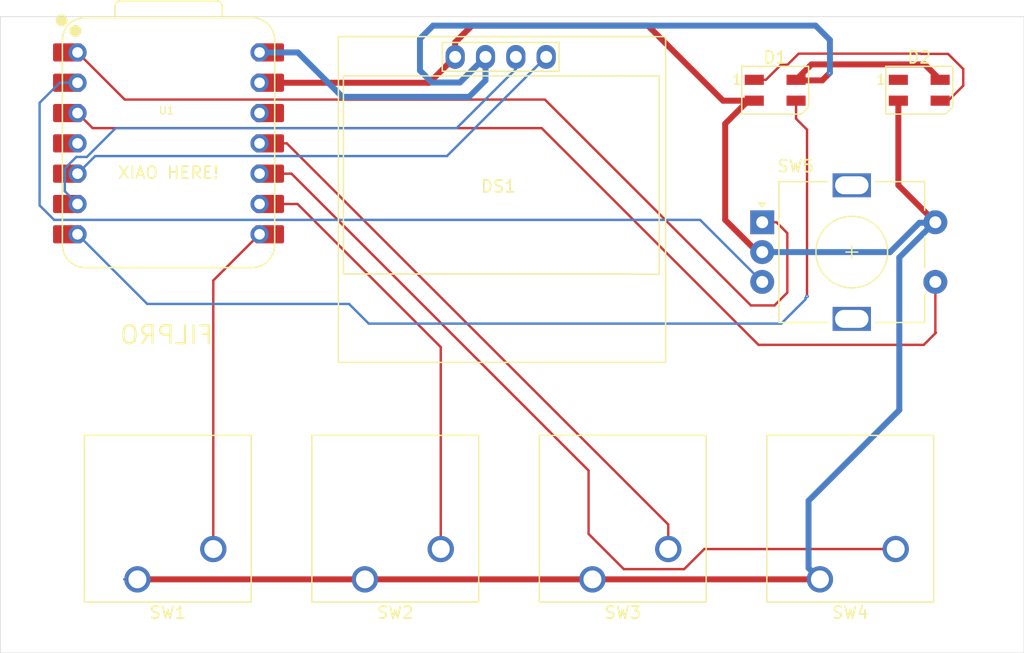
<source format=kicad_pcb>
(kicad_pcb (version 20241229) (generator "pcbnew") (generator_version "9.0")
  (layers (0 "F.Cu" signal) (2 "B.Cu" signal) (13 "F.Paste" user) (15 "B.Paste" user) (5 "F.SilkS" user "F.Silkscreen") (7 "B.SilkS" user "B.Silkscreen") (1 "F.Mask" user) (3 "B.Mask" user) (25 "Edge.Cuts" user))
  (net 0 "")
  (net 1 "+5V")
  (net 2 "Net-(D1-DIN)")
  (net 3 "Net-(D1-DOUT)")
  (net 4 "GND")
  (net 6 "Net-(U1-GPIO1{slash}RX)")
  (net 7 "Net-(U1-GPIO2{slash}SCK)")
  (net 8 "Net-(U1-GPIO3{slash}MOSI)")
  (net 9 "Net-(U1-GPIO4{slash}MISO)")
  (net 10 "Net-(DS1-SCL)")
  (net 11 "Net-(DS1-SDA)")
  (net 13 "Net-(U1-GPIO27{slash}ADC1{slash}A1)")
  (net 14 "Net-(U1-GPIO26{slash}ADC0{slash}A0)")
  (net 15 "Net-(U1-GPIO28{slash}ADC2{slash}A2)")
  (footprint "LED_SMD:LED_SK6812MINI_PLCC4_3.5x3.5mm_P1.75mm" (layer "F.Cu") (at 105.791 71.247)
    (property "Reference" "D2" (at 0 -2.75 0) (layer "F.SilkS"))
    (property "Value" "SK6812MINI")
    (fp_line (start -2.8 -2) (end -2.8 2) (stroke (width 0.12)) (layer "F.SilkS"))
    (fp_line (start -2.8 -2) (end 2.8 -2) (stroke (width 0.12)) (layer "F.SilkS"))
    (fp_line (start -2.8 2) (end 2.2 2) (stroke (width 0.12)) (layer "F.SilkS"))
    (fp_line (start 2.8 1.4) (end 2.2 2) (stroke (width 0.12)) (layer "F.SilkS"))
    (fp_line (start 2.8 1.4) (end 2.8 -2) (stroke (width 0.12)) (layer "F.SilkS"))
    (fp_text user "1" (at -3.2 -0.875 0) (layer "F.SilkS") (effects (font (size 0.8 0.8))))
    (pad "1" smd rect (at -1.75 -0.875) (size 1.6 0.85) (layers "F.Cu" "F.Mask" "F.Paste"))
    (pad "2" smd rect (at -1.75 0.875) (size 1.6 0.85) (layers "F.Cu" "F.Mask" "F.Paste") (net 4 "GND"))
    (pad "3" smd rect (at 1.75 0.875) (size 1.6 0.85) (layers "F.Cu" "F.Mask" "F.Paste") (net 3 "Net-(D1-DOUT)"))
    (pad "4" smd rect (at 1.75 -0.875) (size 1.6 0.85) (layers "F.Cu" "F.Mask" "F.Paste") (net 1 "+5V"))
  )
  (footprint "OPL knihovna:XIAO-RP2040-DIP" (layer "F.Cu") (at 42.926 75.6985)
    (property "Reference" "U1" (at -0.173 -2.747 0) (layer "F.SilkS") (effects (font (size 0.635 0.635) (thickness 0.1016))))
    (property "Value" "XIAO-RP2040-DIP")
    (fp_line (start -8.89 8.509) (end -8.89 -8.636) (stroke (width 0.127)) (layer "F.SilkS"))
    (fp_line (start -6.985 10.414) (end 6.985 10.414) (stroke (width 0.127)) (layer "F.SilkS"))
    (fp_line (start -4.495 -10.541) (end -4.491272 -11.451272) (stroke (width 0.127)) (layer "F.SilkS"))
    (fp_line (start -3.991272 -11.951) (end 4.004 -11.951) (stroke (width 0.127)) (layer "F.SilkS"))
    (fp_line (start 4.504 -11.451) (end 4.504 -10.541) (stroke (width 0.127)) (layer "F.SilkS"))
    (fp_line (start 6.985 -10.541) (end -6.985 -10.541) (stroke (width 0.1)) (layer "F.SilkS"))
    (fp_line (start 6.985 -10.541) (end -6.985 -10.541) (stroke (width 0.127)) (layer "F.SilkS"))
    (fp_line (start 8.89 8.509) (end 8.89 -8.636) (stroke (width 0.127)) (layer "F.SilkS"))
    (fp_arc (start -8.89 -8.636) (mid -8.332038 -9.983038) (end -6.985 -10.541) (stroke (width 0.127)) (layer "F.SilkS"))
    (fp_arc (start -6.985 10.414) (mid -8.332038 9.856038) (end -8.89 8.509) (stroke (width 0.127)) (layer "F.SilkS"))
    (fp_arc (start -4.491272 -11.451272) (mid -4.344728 -11.80464) (end -3.991272 -11.951) (stroke (width 0.127)) (layer "F.SilkS"))
    (fp_arc (start 4.004 -11.951) (mid 4.357553 -11.804553) (end 4.504 -11.451) (stroke (width 0.127)) (layer "F.SilkS"))
    (fp_arc (start 6.985 -10.541) (mid 8.332038 -9.983038) (end 8.89 -8.636) (stroke (width 0.127)) (layer "F.SilkS"))
    (fp_arc (start 8.89 8.509) (mid 8.332038 9.856038) (end 6.985 10.414) (stroke (width 0.127)) (layer "F.SilkS"))
    (fp_circle (center -8.95 -10.3) (end -8.95 -10.554) (stroke (width 0.5)) (fill yes) (layer "F.SilkS"))
    (fp_circle (center -7.807 -9.42) (end -7.807 -9.674) (stroke (width 0.5)) (fill yes) (layer "F.SilkS"))
    (pad "1" smd roundrect (at -8.455 -7.62 180) (size 2.432 1.524) (layers "F.Cu" "F.Mask") (roundrect_rratio 0.1) (net 14 "Net-(U1-GPIO26{slash}ADC0{slash}A0)"))
    (pad "1" thru_hole circle (at -7.62 -7.62 180) (size 1.524 1.524) (drill 0.889) (layers "*.Cu" "*.Mask") (net 14 "Net-(U1-GPIO26{slash}ADC0{slash}A0)"))
    (pad "2" smd roundrect (at -8.455 -5.08 180) (size 2.432 1.524) (layers "F.Cu" "F.Mask") (roundrect_rratio 0.1) (net 13 "Net-(U1-GPIO27{slash}ADC1{slash}A1)"))
    (pad "2" thru_hole circle (at -7.62 -5.08 180) (size 1.524 1.524) (drill 0.889) (layers "*.Cu" "*.Mask") (net 13 "Net-(U1-GPIO27{slash}ADC1{slash}A1)"))
    (pad "3" smd roundrect (at -8.455 -2.54 180) (size 2.432 1.524) (layers "F.Cu" "F.Mask") (roundrect_rratio 0.1) (net 15 "Net-(U1-GPIO28{slash}ADC2{slash}A2)"))
    (pad "3" thru_hole circle (at -7.62 -2.54 180) (size 1.524 1.524) (drill 0.889) (layers "*.Cu" "*.Mask") (net 15 "Net-(U1-GPIO28{slash}ADC2{slash}A2)"))
    (pad "4" smd roundrect (at -8.455 0 180) (size 2.432 1.524) (layers "F.Cu" "F.Mask") (roundrect_rratio 0.1))
    (pad "4" thru_hole circle (at -7.62 0 180) (size 1.524 1.524) (drill 0.889) (layers "*.Cu" "*.Mask"))
    (pad "5" smd roundrect (at -8.455 2.54 180) (size 2.432 1.524) (layers "F.Cu" "F.Mask") (roundrect_rratio 0.1) (net 11 "Net-(DS1-SDA)"))
    (pad "5" thru_hole circle (at -7.62 2.54 180) (size 1.524 1.524) (drill 0.889) (layers "*.Cu" "*.Mask") (net 11 "Net-(DS1-SDA)"))
    (pad "6" smd roundrect (at -8.455 5.08 180) (size 2.432 1.524) (layers "F.Cu" "F.Mask") (roundrect_rratio 0.1) (net 10 "Net-(DS1-SCL)"))
    (pad "6" thru_hole circle (at -7.62 5.08 180) (size 1.524 1.524) (drill 0.889) (layers "*.Cu" "*.Mask") (net 10 "Net-(DS1-SCL)"))
    (pad "7" smd roundrect (at -8.455 7.62 180) (size 2.432 1.524) (layers "F.Cu" "F.Mask") (roundrect_rratio 0.1) (net 2 "Net-(D1-DIN)"))
    (pad "7" thru_hole circle (at -7.62 7.62 180) (size 1.524 1.524) (drill 0.889) (layers "*.Cu" "*.Mask") (net 2 "Net-(D1-DIN)"))
    (pad "8" thru_hole circle (at 7.62 7.62) (size 1.524 1.524) (drill 0.889) (layers "*.Cu" "*.Mask") (net 6 "Net-(U1-GPIO1{slash}RX)"))
    (pad "8" smd roundrect (at 8.455 7.62) (size 2.432 1.524) (layers "F.Cu" "F.Mask") (roundrect_rratio 0.1) (net 6 "Net-(U1-GPIO1{slash}RX)"))
    (pad "9" thru_hole circle (at 7.62 5.08) (size 1.524 1.524) (drill 0.889) (layers "*.Cu" "*.Mask") (net 7 "Net-(U1-GPIO2{slash}SCK)"))
    (pad "9" smd roundrect (at 8.455 5.08) (size 2.432 1.524) (layers "F.Cu" "F.Mask") (roundrect_rratio 0.1) (net 7 "Net-(U1-GPIO2{slash}SCK)"))
    (pad "10" thru_hole circle (at 7.62 2.54) (size 1.524 1.524) (drill 0.889) (layers "*.Cu" "*.Mask") (net 9 "Net-(U1-GPIO4{slash}MISO)"))
    (pad "10" smd roundrect (at 8.455 2.54) (size 2.432 1.524) (layers "F.Cu" "F.Mask") (roundrect_rratio 0.1) (net 9 "Net-(U1-GPIO4{slash}MISO)"))
    (pad "11" thru_hole circle (at 7.62 0) (size 1.524 1.524) (drill 0.889) (layers "*.Cu" "*.Mask") (net 8 "Net-(U1-GPIO3{slash}MOSI)"))
    (pad "11" smd roundrect (at 8.455 0) (size 2.432 1.524) (layers "F.Cu" "F.Mask") (roundrect_rratio 0.1) (net 8 "Net-(U1-GPIO3{slash}MOSI)"))
    (pad "12" thru_hole circle (at 7.62 -2.54) (size 1.524 1.524) (drill 0.889) (layers "*.Cu" "*.Mask"))
    (pad "12" smd roundrect (at 8.455 -2.54) (size 2.432 1.524) (layers "F.Cu" "F.Mask") (roundrect_rratio 0.1))
    (pad "13" thru_hole circle (at 7.62 -5.08) (size 1.524 1.524) (drill 0.889) (layers "*.Cu" "*.Mask") (net 4 "GND"))
    (pad "13" smd roundrect (at 8.455 -5.08) (size 2.432 1.524) (layers "F.Cu" "F.Mask") (roundrect_rratio 0.1) (net 4 "GND"))
    (pad "14" thru_hole circle (at 7.62 -7.62) (size 1.524 1.524) (drill 0.889) (layers "*.Cu" "*.Mask") (net 1 "+5V"))
    (pad "14" smd roundrect (at 8.455 -7.62) (size 2.432 1.524) (layers "F.Cu" "F.Mask") (roundrect_rratio 0.1) (net 1 "+5V"))
  )
  (footprint "Button_Switch_Keyboard:SW_Cherry_MX_1.00u_PCB" (layer "F.Cu") (at 40.3225 112.23625 180)
    (property "Reference" "SW1" (at -2.54 -2.794 0) (layer "F.SilkS"))
    (property "Value" "SW_Push")
    (fp_line (start 4.445 12.065) (end -9.525 12.065) (stroke (width 0.12)) (layer "F.SilkS"))
    (fp_line (start 4.445 -1.905) (end 4.445 12.065) (stroke (width 0.12)) (layer "F.SilkS"))
    (fp_line (start -9.525 12.065) (end -9.525 -1.905) (stroke (width 0.12)) (layer "F.SilkS"))
    (fp_line (start -9.525 -1.905) (end 4.445 -1.905) (stroke (width 0.12)) (layer "F.SilkS"))
    (pad "" np_thru_hole circle (at -7.62 5.08 180) (size 1.7 1.7) (drill 1.7) (layers "*.Cu" "*.Mask"))
    (pad "" np_thru_hole circle (at -2.54 5.08 180) (size 4 4) (drill 4) (layers "*.Cu" "*.Mask"))
    (pad "" np_thru_hole circle (at 2.54 5.08 180) (size 1.7 1.7) (drill 1.7) (layers "*.Cu" "*.Mask"))
    (pad "1" thru_hole circle (at 0 0 180) (size 2.2 2.2) (drill 1.5) (layers "*.Cu" "*.Mask") (net 4 "GND"))
    (pad "2" thru_hole circle (at -6.35 2.54 180) (size 2.2 2.2) (drill 1.5) (layers "*.Cu" "*.Mask") (net 6 "Net-(U1-GPIO1{slash}RX)"))
  )
  (footprint "Rotary_Encoder:RotaryEncoder_Alps_EC11E-Switch_Vertical_H20mm" (layer "F.Cu") (at 92.64 82.31)
    (property "Reference" "SW5" (at 2.8 -4.7 0) (layer "F.SilkS"))
    (property "Value" "RotaryEncoder_Switch")
    (fp_line (start -0.3 -1.6) (end 0.3 -1.6) (stroke (width 0.12)) (layer "F.SilkS"))
    (fp_line (start 0 -1.3) (end -0.3 -1.6) (stroke (width 0.12)) (layer "F.SilkS"))
    (fp_line (start 0.3 -1.6) (end 0 -1.3) (stroke (width 0.12)) (layer "F.SilkS"))
    (fp_line (start 1.4 -3.4) (end 1.4 8.4) (stroke (width 0.12)) (layer "F.SilkS"))
    (fp_line (start 5.5 -3.4) (end 1.4 -3.4) (stroke (width 0.12)) (layer "F.SilkS"))
    (fp_line (start 5.5 8.4) (end 1.4 8.4) (stroke (width 0.12)) (layer "F.SilkS"))
    (fp_line (start 7 2.5) (end 8 2.5) (stroke (width 0.12)) (layer "F.SilkS"))
    (fp_line (start 7.5 2) (end 7.5 3) (stroke (width 0.12)) (layer "F.SilkS"))
    (fp_line (start 9.5 -3.4) (end 13.6 -3.4) (stroke (width 0.12)) (layer "F.SilkS"))
    (fp_line (start 13.6 -3.4) (end 13.6 -1) (stroke (width 0.12)) (layer "F.SilkS"))
    (fp_line (start 13.6 1.2) (end 13.6 3.8) (stroke (width 0.12)) (layer "F.SilkS"))
    (fp_line (start 13.6 6) (end 13.6 8.4) (stroke (width 0.12)) (layer "F.SilkS"))
    (fp_line (start 13.6 8.4) (end 9.5 8.4) (stroke (width 0.12)) (layer "F.SilkS"))
    (fp_circle (center 7.5 2.5) (end 10.5 2.5) (stroke (width 0.12)) (fill no) (layer "F.SilkS"))
    (pad "A" thru_hole rect (at 0 0) (size 2 2) (drill 1) (layers "*.Cu" "*.Mask") (net 14 "Net-(U1-GPIO26{slash}ADC0{slash}A0)"))
    (pad "B" thru_hole circle (at 0 5) (size 2 2) (drill 1) (layers "*.Cu" "*.Mask") (net 13 "Net-(U1-GPIO27{slash}ADC1{slash}A1)"))
    (pad "C" thru_hole circle (at 0 2.5) (size 2 2) (drill 1) (layers "*.Cu" "*.Mask") (net 4 "GND"))
    (pad "MP" thru_hole rect (at 7.5 -3.1) (size 3.2 2) (drill oval 2.8 1.5) (layers "*.Cu" "*.Mask"))
    (pad "MP" thru_hole rect (at 7.5 8.1) (size 3.2 2) (drill oval 2.8 1.5) (layers "*.Cu" "*.Mask"))
    (pad "S1" thru_hole circle (at 14.5 5) (size 2 2) (drill 1) (layers "*.Cu" "*.Mask") (net 15 "Net-(U1-GPIO28{slash}ADC2{slash}A2)"))
    (pad "S2" thru_hole circle (at 14.5 0) (size 2 2) (drill 1) (layers "*.Cu" "*.Mask") (net 4 "GND"))
  )
  (footprint "Button_Switch_Keyboard:SW_Cherry_MX_1.00u_PCB" (layer "F.Cu") (at 97.4725 112.23625 180)
    (property "Reference" "SW4" (at -2.54 -2.794 0) (layer "F.SilkS"))
    (property "Value" "SW_Push")
    (fp_line (start 4.445 12.065) (end -9.525 12.065) (stroke (width 0.12)) (layer "F.SilkS"))
    (fp_line (start 4.445 -1.905) (end 4.445 12.065) (stroke (width 0.12)) (layer "F.SilkS"))
    (fp_line (start -9.525 12.065) (end -9.525 -1.905) (stroke (width 0.12)) (layer "F.SilkS"))
    (fp_line (start -9.525 -1.905) (end 4.445 -1.905) (stroke (width 0.12)) (layer "F.SilkS"))
    (pad "" np_thru_hole circle (at -7.62 5.08 180) (size 1.7 1.7) (drill 1.7) (layers "*.Cu" "*.Mask"))
    (pad "" np_thru_hole circle (at -2.54 5.08 180) (size 4 4) (drill 4) (layers "*.Cu" "*.Mask"))
    (pad "" np_thru_hole circle (at 2.54 5.08 180) (size 1.7 1.7) (drill 1.7) (layers "*.Cu" "*.Mask"))
    (pad "1" thru_hole circle (at 0 0 180) (size 2.2 2.2) (drill 1.5) (layers "*.Cu" "*.Mask") (net 4 "GND"))
    (pad "2" thru_hole circle (at -6.35 2.54 180) (size 2.2 2.2) (drill 1.5) (layers "*.Cu" "*.Mask") (net 9 "Net-(U1-GPIO4{slash}MISO)"))
  )
  (footprint "LED_SMD:LED_SK6812MINI_PLCC4_3.5x3.5mm_P1.75mm" (layer "F.Cu") (at 93.726 71.247)
    (property "Reference" "D1" (at 0 -2.75 0) (layer "F.SilkS"))
    (property "Value" "SK6812MINI")
    (fp_line (start -2.8 -2) (end -2.8 2) (stroke (width 0.12)) (layer "F.SilkS"))
    (fp_line (start -2.8 -2) (end 2.8 -2) (stroke (width 0.12)) (layer "F.SilkS"))
    (fp_line (start -2.8 2) (end 2.2 2) (stroke (width 0.12)) (layer "F.SilkS"))
    (fp_line (start 2.8 1.4) (end 2.2 2) (stroke (width 0.12)) (layer "F.SilkS"))
    (fp_line (start 2.8 1.4) (end 2.8 -2) (stroke (width 0.12)) (layer "F.SilkS"))
    (fp_text user "1" (at -3.2 -0.875 0) (layer "F.SilkS") (effects (font (size 0.8 0.8))))
    (pad "1" smd rect (at -1.75 -0.875) (size 1.6 0.85) (layers "F.Cu" "F.Mask" "F.Paste") (net 3 "Net-(D1-DOUT)"))
    (pad "2" smd rect (at -1.75 0.875) (size 1.6 0.85) (layers "F.Cu" "F.Mask" "F.Paste") (net 4 "GND"))
    (pad "3" smd rect (at 1.75 0.875) (size 1.6 0.85) (layers "F.Cu" "F.Mask" "F.Paste") (net 2 "Net-(D1-DIN)"))
    (pad "4" smd rect (at 1.75 -0.875) (size 1.6 0.85) (layers "F.Cu" "F.Mask" "F.Paste") (net 1 "+5V"))
  )
  (footprint "SDD1306_OLED:128x64OLED" (layer "F.Cu") (at 70.549 79.053)
    (property "Reference" "DS1" (at 0 0.254 0) (layer "F.SilkS"))
    (property "Value" "~" (hide yes))
    (fp_line (start -13.4 -12.3) (end 14 -12.3) (stroke (width 0.12)) (layer "F.SilkS"))
    (fp_line (start -13.4 15) (end -13.4 -12.3) (stroke (width 0.12)) (layer "F.SilkS"))
    (fp_line (start -12.978 -9.005) (end 10.122 -9.005) (stroke (width 0.12)) (layer "F.SilkS"))
    (fp_line (start -12.978 7.595) (end -12.978 -9.005) (stroke (width 0.12)) (layer "F.SilkS"))
    (fp_line (start -4.699 -11.811) (end -4.699 -9.398) (stroke (width 0.12)) (layer "F.SilkS"))
    (fp_line (start -4.699 -11.811) (end 5.08 -11.811) (stroke (width 0.12)) (layer "F.SilkS"))
    (fp_line (start 5.08 -11.811) (end 5.08 -9.398) (stroke (width 0.12)) (layer "F.SilkS"))
    (fp_line (start 5.08 -9.398) (end -4.699 -9.398) (stroke (width 0.12)) (layer "F.SilkS"))
    (fp_line (start 10.122 -9.005) (end 13.208 -9.005) (stroke (width 0.12)) (layer "F.SilkS"))
    (fp_line (start 10.122 7.595) (end -12.978 7.595) (stroke (width 0.12)) (layer "F.SilkS"))
    (fp_line (start 10.122 7.595) (end 13.462 7.62) (stroke (width 0.12)) (layer "F.SilkS"))
    (fp_line (start 13.462 -9.017) (end 13.208 -9.005) (stroke (width 0.12)) (layer "F.SilkS"))
    (fp_line (start 13.462 7.62) (end 13.462 -9.017) (stroke (width 0.12)) (layer "F.SilkS"))
    (fp_line (start 14 -12.3) (end 14 15) (stroke (width 0.12)) (layer "F.SilkS"))
    (fp_line (start 14 15) (end -13.4 15) (stroke (width 0.12)) (layer "F.SilkS"))
    (pad "1" thru_hole oval (at -3.62 -10.6 90) (size 2 1.6) (drill 1) (layers "*.Cu" "*.Mask") (net 4 "GND"))
    (pad "2" thru_hole oval (at -1.08 -10.6 90) (size 2 1.6) (drill 1) (layers "*.Cu" "*.Mask") (net 1 "+5V"))
    (pad "3" thru_hole oval (at 1.46 -10.6 90) (size 2 1.6) (drill 1) (layers "*.Cu" "*.Mask") (net 10 "Net-(DS1-SCL)"))
    (pad "4" thru_hole oval (at 4 -10.6 90) (size 2 1.6) (drill 1) (layers "*.Cu" "*.Mask") (net 11 "Net-(DS1-SDA)"))
  )
  (footprint "Button_Switch_Keyboard:SW_Cherry_MX_1.00u_PCB" (layer "F.Cu") (at 78.4225 112.23625 180)
    (property "Reference" "SW3" (at -2.54 -2.794 0) (layer "F.SilkS"))
    (property "Value" "SW_Push")
    (fp_line (start 4.445 12.065) (end -9.525 12.065) (stroke (width 0.12)) (layer "F.SilkS"))
    (fp_line (start 4.445 -1.905) (end 4.445 12.065) (stroke (width 0.12)) (layer "F.SilkS"))
    (fp_line (start -9.525 12.065) (end -9.525 -1.905) (stroke (width 0.12)) (layer "F.SilkS"))
    (fp_line (start -9.525 -1.905) (end 4.445 -1.905) (stroke (width 0.12)) (layer "F.SilkS"))
    (pad "" np_thru_hole circle (at -7.62 5.08 180) (size 1.7 1.7) (drill 1.7) (layers "*.Cu" "*.Mask"))
    (pad "" np_thru_hole circle (at -2.54 5.08 180) (size 4 4) (drill 4) (layers "*.Cu" "*.Mask"))
    (pad "" np_thru_hole circle (at 2.54 5.08 180) (size 1.7 1.7) (drill 1.7) (layers "*.Cu" "*.Mask"))
    (pad "1" thru_hole circle (at 0 0 180) (size 2.2 2.2) (drill 1.5) (layers "*.Cu" "*.Mask") (net 4 "GND"))
    (pad "2" thru_hole circle (at -6.35 2.54 180) (size 2.2 2.2) (drill 1.5) (layers "*.Cu" "*.Mask") (net 8 "Net-(U1-GPIO3{slash}MOSI)"))
  )
  (footprint "Button_Switch_Keyboard:SW_Cherry_MX_1.00u_PCB" (layer "F.Cu") (at 59.3725 112.23625 180)
    (property "Reference" "SW2" (at -2.54 -2.794 0) (layer "F.SilkS"))
    (property "Value" "SW_Push")
    (fp_line (start 4.445 12.065) (end -9.525 12.065) (stroke (width 0.12)) (layer "F.SilkS"))
    (fp_line (start 4.445 -1.905) (end 4.445 12.065) (stroke (width 0.12)) (layer "F.SilkS"))
    (fp_line (start -9.525 12.065) (end -9.525 -1.905) (stroke (width 0.12)) (layer "F.SilkS"))
    (fp_line (start -9.525 -1.905) (end 4.445 -1.905) (stroke (width 0.12)) (layer "F.SilkS"))
    (pad "" np_thru_hole circle (at -7.62 5.08 180) (size 1.7 1.7) (drill 1.7) (layers "*.Cu" "*.Mask"))
    (pad "" np_thru_hole circle (at -2.54 5.08 180) (size 4 4) (drill 4) (layers "*.Cu" "*.Mask"))
    (pad "" np_thru_hole circle (at 2.54 5.08 180) (size 1.7 1.7) (drill 1.7) (layers "*.Cu" "*.Mask"))
    (pad "1" thru_hole circle (at 0 0 180) (size 2.2 2.2) (drill 1.5) (layers "*.Cu" "*.Mask") (net 4 "GND"))
    (pad "2" thru_hole circle (at -6.35 2.54 180) (size 2.2 2.2) (drill 1.5) (layers "*.Cu" "*.Mask") (net 7 "Net-(U1-GPIO2{slash}SCK)"))
  )
  (gr_rect (start 28.8375 65.081) (end 114.5625 118.39) (stroke (width 0.05)) (fill no) (layer "Edge.Cuts"))
  (gr_text "XIAO HERE!" (at 38.608 78.74 0) (layer "F.SilkS") (effects (font (size 1 1)) (justify left bottom)))
  (gr_text "FILPRO" (at 46.78 92.64 0) (layer "F.SilkS") (effects (font (size 1.5 1.5) (thickness 0.1875)) (justify left bottom mirror)))
  (segment (start 95.524 70.42) (end 95.476 70.372) (width 0.5) (layer "F.Cu") (net 1))
  (segment (start 98.28 69.81) (end 97.67 70.42) (width 0.5) (layer "F.Cu") (net 1))
  (segment (start 106.249 69.08) (end 96.768 69.08) (width 0.5) (layer "F.Cu") (net 1))
  (segment (start 96.768 69.08) (end 95.476 70.372) (width 0.5) (layer "F.Cu") (net 1))
  (segment (start 97.67 70.42) (end 95.524 70.42) (width 0.5) (layer "F.Cu") (net 1))
  (segment (start 107.541 70.372) (end 106.249 69.08) (width 0.5) (layer "F.Cu") (net 1))
  (via micro (at 98.28 69.81) (size 0.3) (drill 0.1) (layers "F.Cu" "B.Cu") (net 1))
  (segment (start 67.322 70.6) (end 64.99 70.6) (width 0.5) (layer "B.Cu") (net 1))
  (segment (start 50.546 68.0785) (end 53.7585 68.0785) (width 0.5) (layer "B.Cu") (net 1))
  (segment (start 69.469 70.421) (end 69.469 68.453) (width 0.5) (layer "B.Cu") (net 1))
  (segment (start 98.31 67.03) (end 98.31 69.78) (width 0.5) (layer "B.Cu") (net 1))
  (segment (start 98.31 69.78) (end 98.28 69.81) (width 0.5) (layer "B.Cu") (net 1))
  (segment (start 53.7585 68.0785) (end 57.48 71.8) (width 0.5) (layer "B.Cu") (net 1))
  (segment (start 57.48 71.8) (end 68.09 71.8) (width 0.5) (layer "B.Cu") (net 1))
  (segment (start 63.98 69.59) (end 63.98 66.93) (width 0.5) (layer "B.Cu") (net 1))
  (segment (start 68.09 71.8) (end 69.469 70.421) (width 0.5) (layer "B.Cu") (net 1))
  (segment (start 64.99 70.6) (end 63.98 69.59) (width 0.5) (layer "B.Cu") (net 1))
  (segment (start 69.469 68.453) (end 67.322 70.6) (width 0.5) (layer "B.Cu") (net 1))
  (segment (start 65.078 65.832) (end 97.112 65.832) (width 0.5) (layer "B.Cu") (net 1))
  (segment (start 97.112 65.832) (end 98.31 67.03) (width 0.5) (layer "B.Cu") (net 1))
  (segment (start 63.98 66.93) (end 65.078 65.832) (width 0.5) (layer "B.Cu") (net 1))
  (segment (start 96.393 88.519) (end 96.393 74.549) (width 0.2) (layer "F.Cu") (net 2))
  (segment (start 95.476 73.632) (end 95.476 72.122) (width 0.2) (layer "F.Cu") (net 2))
  (segment (start 96.393 74.549) (end 95.476 73.632) (width 0.2) (layer "F.Cu") (net 2))
  (via micro (at 96.393 88.519) (size 0.3) (drill 0.1) (layers "F.Cu" "B.Cu") (net 2))
  (segment (start 41.1415 89.154) (end 58.039 89.154) (width 0.2) (layer "B.Cu") (net 2))
  (segment (start 58.039 89.154) (end 59.69 90.805) (width 0.2) (layer "B.Cu") (net 2))
  (segment (start 35.306 83.3185) (end 41.1415 89.154) (width 0.2) (layer "B.Cu") (net 2))
  (segment (start 59.69 90.805) (end 94.234 90.805) (width 0.2) (layer "B.Cu") (net 2))
  (segment (start 94.234 90.805) (end 96.266 88.773) (width 0.2) (layer "B.Cu") (net 2))
  (segment (start 96.266 88.646) (end 96.393 88.519) (width 0.2) (layer "B.Cu") (net 2))
  (segment (start 96.266 88.773) (end 96.266 88.646) (width 0.2) (layer "B.Cu") (net 2))
  (segment (start 94.212 69.11) (end 94.76 69.11) (width 0.2) (layer "F.Cu") (net 3))
  (segment (start 109.474 70.866) (end 108.218 72.122) (width 0.2) (layer "F.Cu") (net 3))
  (segment (start 108.218 72.122) (end 107.541 72.122) (width 0.2) (layer "F.Cu") (net 3))
  (segment (start 94.76 69.11) (end 95.691 68.179) (width 0.2) (layer "F.Cu") (net 3))
  (segment (start 92.95 70.372) (end 94.212 69.11) (width 0.2) (layer "F.Cu") (net 3))
  (segment (start 108.204 68.199) (end 109.474 69.469) (width 0.2) (layer "F.Cu") (net 3))
  (segment (start 95.691 68.179) (end 105.9151 68.179) (width 0.2) (layer "F.Cu") (net 3))
  (segment (start 105.9351 68.199) (end 108.204 68.199) (width 0.2) (layer "F.Cu") (net 3))
  (segment (start 105.9151 68.179) (end 105.9351 68.199) (width 0.2) (layer "F.Cu") (net 3))
  (segment (start 91.976 70.372) (end 92.95 70.372) (width 0.2) (layer "F.Cu") (net 3))
  (segment (start 109.474 69.469) (end 109.474 70.866) (width 0.2) (layer "F.Cu") (net 3))
  (segment (start 89.36 72.122) (end 91.976 72.122) (width 0.5) (layer "F.Cu") (net 4))
  (segment (start 104.041 72.122) (end 104.041 79.211) (width 0.5) (layer "F.Cu") (net 4))
  (segment (start 92.64 84.81) (end 92.238 84.81) (width 0.5) (layer "F.Cu") (net 4))
  (segment (start 40.3225 112.23625) (end 59.3725 112.23625) (width 0.5) (layer "F.Cu") (net 4))
  (segment (start 66.929 67.231) (end 68.328 65.832) (width 0.5) (layer "F.Cu") (net 4))
  (segment (start 92.238 84.81) (end 89.54 82.112) (width 0.5) (layer "F.Cu") (net 4))
  (segment (start 89.54 82.112) (end 89.54 74.05) (width 0.5) (layer "F.Cu") (net 4))
  (segment (start 92.36 85.09) (end 92.64 84.81) (width 0.2) (layer "F.Cu") (net 4))
  (segment (start 68.328 65.832) (end 83.07 65.832) (width 0.5) (layer "F.Cu") (net 4))
  (segment (start 66.929 68.453) (end 64.7635 70.6185) (width 0.5) (layer "F.Cu") (net 4))
  (segment (start 66.929 68.453) (end 66.929 67.231) (width 0.5) (layer "F.Cu") (net 4))
  (segment (start 92.36 84.486) (end 92.36 85.09) (width 0.2) (layer "F.Cu") (net 4))
  (segment (start 50.7935 70.866) (end 50.546 70.6185) (width 0.2) (layer "F.Cu") (net 4))
  (segment (start 83.07 65.832) (end 89.36 72.122) (width 0.5) (layer "F.Cu") (net 4))
  (segment (start 104.041 79.211) (end 107.14 82.31) (width 0.5) (layer "F.Cu") (net 4))
  (segment (start 78.4225 112.23625) (end 59.3725 112.23625) (width 0.5) (layer "F.Cu") (net 4))
  (segment (start 64.7635 70.6185) (end 51.381 70.6185) (width 0.5) (layer "F.Cu") (net 4))
  (segment (start 89.54 74.05) (end 91.468 72.122) (width 0.5) (layer "F.Cu") (net 4))
  (segment (start 97.4725 112.23625) (end 78.4225 112.23625) (width 0.5) (layer "F.Cu") (net 4))
  (segment (start 91.468 72.122) (end 91.976 72.122) (width 0.5) (layer "F.Cu") (net 4))
  (segment (start 105.81 82.35) (end 107.1 82.35) (width 0.5) (layer "B.Cu") (net 4))
  (segment (start 103.35 84.81) (end 105.81 82.35) (width 0.5) (layer "B.Cu") (net 4))
  (segment (start 97.4725 112.23625) (end 96.52 111.28375) (width 0.5) (layer "B.Cu") (net 4))
  (segment (start 107.07 82.31) (end 107.14 82.31) (width 0.5) (layer "B.Cu") (net 4))
  (segment (start 96.52 105.65) (end 104.12 98.05) (width 0.5) (layer "B.Cu") (net 4))
  (segment (start 92.64 84.81) (end 103.35 84.81) (width 0.5) (layer "B.Cu") (net 4))
  (segment (start 107.1 82.35) (end 107.14 82.31) (width 0.5) (layer "B.Cu") (net 4))
  (segment (start 40.3225 112.23625) (end 39.21125 112.23625) (width 0.2) (layer "B.Cu") (net 4))
  (segment (start 104.12 85.26) (end 107.07 82.31) (width 0.5) (layer "B.Cu") (net 4))
  (segment (start 96.52 111.28375) (end 96.52 105.65) (width 0.5) (layer "B.Cu") (net 4))
  (segment (start 104.12 98.05) (end 104.12 85.26) (width 0.5) (layer "B.Cu") (net 4))
  (segment (start 46.6725 87.192) (end 50.546 83.3185) (width 0.2) (layer "F.Cu") (net 6))
  (segment (start 46.6725 109.69625) (end 46.6725 87.192) (width 0.2) (layer "F.Cu") (net 6))
  (segment (start 53.7275 80.7785) (end 51.381 80.7785) (width 0.2) (layer "F.Cu") (net 7))
  (segment (start 65.7225 92.7735) (end 53.7275 80.7785) (width 0.2) (layer "F.Cu") (net 7))
  (segment (start 65.7225 109.69625) (end 65.7225 92.7735) (width 0.2) (layer "F.Cu") (net 7))
  (segment (start 65.7225 109.69625) (end 65.278 109.25175) (width 0.2) (layer "B.Cu") (net 7))
  (segment (start 84.7725 109.69625) (end 84.7725 107.641434) (width 0.2) (layer "F.Cu") (net 8))
  (segment (start 84.7725 107.641434) (end 52.829566 75.6985) (width 0.2) (layer "F.Cu") (net 8))
  (segment (start 52.829566 75.6985) (end 51.381 75.6985) (width 0.2) (layer "F.Cu") (net 8))
  (segment (start 87.78875 109.69625) (end 86.106 111.379) (width 0.2) (layer "F.Cu") (net 9))
  (segment (start 78.1 103.119) (end 53.2195 78.2385) (width 0.2) (layer "F.Cu") (net 9))
  (segment (start 81.049 111.379) (end 78.1 108.43) (width 0.2) (layer "F.Cu") (net 9))
  (segment (start 86.106 111.379) (end 81.049 111.379) (width 0.2) (layer "F.Cu") (net 9))
  (segment (start 103.8225 109.69625) (end 87.78875 109.69625) (width 0.2) (layer "F.Cu") (net 9))
  (segment (start 78.1 108.43) (end 78.1 103.119) (width 0.2) (layer "F.Cu") (net 9))
  (segment (start 53.2195 78.2385) (end 51.381 78.2385) (width 0.2) (layer "F.Cu") (net 9))
  (segment (start 36.08681 76.835) (end 38.49981 74.422) (width 0.2) (layer "B.Cu") (net 10))
  (segment (start 38.49981 74.422) (end 67.056 74.422) (width 0.2) (layer "B.Cu") (net 10))
  (segment (start 34.243 79.7155) (end 34.243 77.79819) (width 0.2) (layer "B.Cu") (net 10))
  (segment (start 35.20619 76.835) (end 36.08681 76.835) (width 0.2) (layer "B.Cu") (net 10))
  (segment (start 34.243 77.79819) (end 35.20619 76.835) (width 0.2) (layer "B.Cu") (net 10))
  (segment (start 72.009 69.469) (end 72.009 68.453) (width 0.2) (layer "B.Cu") (net 10))
  (segment (start 67.056 74.422) (end 72.009 69.469) (width 0.2) (layer "B.Cu") (net 10))
  (segment (start 35.306 80.7785) (end 34.243 79.7155) (width 0.2) (layer "B.Cu") (net 10))
  (segment (start 35.306 78.2385) (end 36.783 76.7615) (width 0.2) (layer "B.Cu") (net 11))
  (segment (start 66.2405 76.7615) (end 74.549 68.453) (width 0.2) (layer "B.Cu") (net 11))
  (segment (start 36.783 76.7615) (end 66.2405 76.7615) (width 0.2) (layer "B.Cu") (net 11))
  (segment (start 92.64 87.31) (end 92.066 87.884) (width 0.2) (layer "F.Cu") (net 13))
  (segment (start 32.13 80.898) (end 33.342 82.11) (width 0.2) (layer "B.Cu") (net 13))
  (segment (start 33.8115 70.6185) (end 32.13 72.3) (width 0.2) (layer "B.Cu") (net 13))
  (segment (start 87.44 82.11) (end 92.64 87.31) (width 0.2) (layer "B.Cu") (net 13))
  (segment (start 35.306 70.6185) (end 33.8115 70.6185) (width 0.2) (layer "B.Cu") (net 13))
  (segment (start 33.342 82.11) (end 87.44 82.11) (width 0.2) (layer "B.Cu") (net 13))
  (segment (start 32.13 72.3) (end 32.13 80.898) (width 0.2) (layer "B.Cu") (net 13))
  (segment (start 39.2565 72.029) (end 74.442 72.029) (width 0.2) (layer "F.Cu") (net 14))
  (segment (start 91.694 89.281) (end 93.669 89.281) (width 0.2) (layer "F.Cu") (net 14))
  (segment (start 94.742 83.222) (end 93.83 82.31) (width 0.2) (layer "F.Cu") (net 14))
  (segment (start 93.83 82.31) (end 92.64 82.31) (width 0.2) (layer "F.Cu") (net 14))
  (segment (start 74.442 72.029) (end 91.694 89.281) (width 0.2) (layer "F.Cu") (net 14))
  (segment (start 93.669 89.281) (end 94.742 88.208) (width 0.2) (layer "F.Cu") (net 14))
  (segment (start 92.225 81.7) (end 91.8125 81.7) (width 0.2) (layer "F.Cu") (net 14))
  (segment (start 94.742 88.208) (end 94.742 83.222) (width 0.2) (layer "F.Cu") (net 14))
  (segment (start 35.306 68.0785) (end 39.2565 72.029) (width 0.2) (layer "F.Cu") (net 14))
  (segment (start 74.168 74.422) (end 92.329 92.583) (width 0.2) (layer "F.Cu") (net 15))
  (segment (start 92.329 92.583) (end 106.172 92.583) (width 0.2) (layer "F.Cu") (net 15))
  (segment (start 35.306 73.1585) (end 36.5695 74.422) (width 0.2) (layer "F.Cu") (net 15))
  (segment (start 107.188 91.567) (end 107.14 91.519) (width 0.2) (layer "F.Cu") (net 15))
  (segment (start 106.172 92.583) (end 107.188 91.567) (width 0.2) (layer "F.Cu") (net 15))
  (segment (start 36.5695 74.422) (end 74.168 74.422) (width 0.2) (layer "F.Cu") (net 15))
  (segment (start 107.14 91.519) (end 107.14 87.31) (width 0.2) (layer "F.Cu") (net 15))
)
</source>
